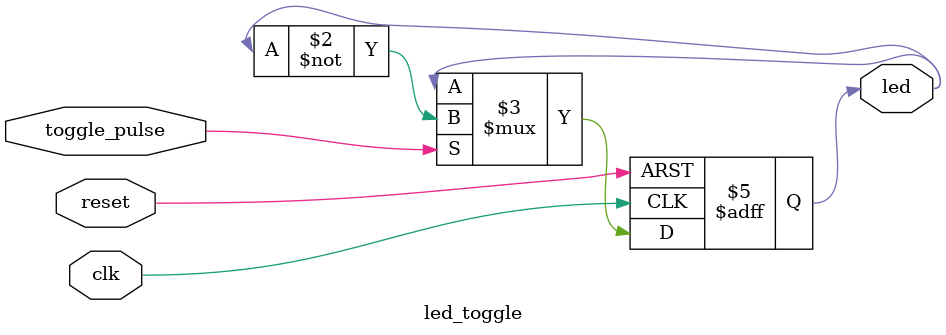
<source format=v>
`timescale 1ns / 1ps

module led_toggle(
    input  wire clk,
    input  wire reset,
    input  wire toggle_pulse,
    output reg  led
);

    always @(posedge clk or posedge reset) begin
        if (reset)
            led <= 0;
        else if (toggle_pulse)
            led <= ~led;
    end

endmodule

</source>
